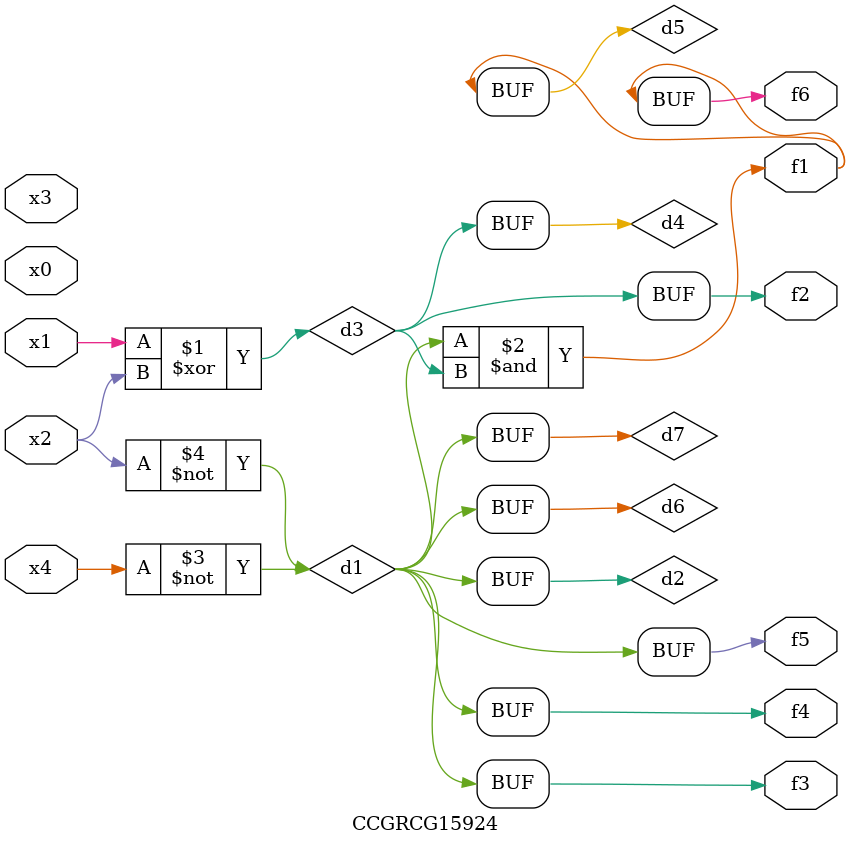
<source format=v>
module CCGRCG15924(
	input x0, x1, x2, x3, x4,
	output f1, f2, f3, f4, f5, f6
);

	wire d1, d2, d3, d4, d5, d6, d7;

	not (d1, x4);
	not (d2, x2);
	xor (d3, x1, x2);
	buf (d4, d3);
	and (d5, d1, d3);
	buf (d6, d1, d2);
	buf (d7, d2);
	assign f1 = d5;
	assign f2 = d4;
	assign f3 = d7;
	assign f4 = d7;
	assign f5 = d7;
	assign f6 = d5;
endmodule

</source>
